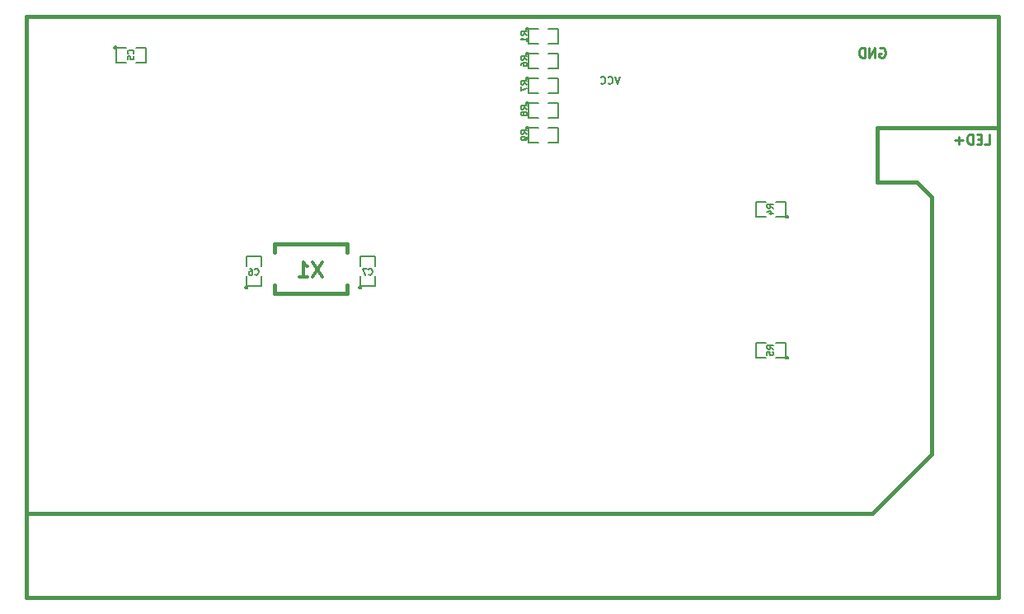
<source format=gbo>
G04 (created by PCBNEW-RS274X (2012-03-17 BZR 3466)-stable) date Mon 10 Dec 2012 10:26:00 PM EST*
G01*
G70*
G90*
%MOIN*%
G04 Gerber Fmt 3.4, Leading zero omitted, Abs format*
%FSLAX34Y34*%
G04 APERTURE LIST*
%ADD10C,0.006000*%
%ADD11C,0.015000*%
%ADD12C,0.010000*%
%ADD13C,0.007500*%
%ADD14C,0.005000*%
%ADD15C,0.012000*%
G04 APERTURE END LIST*
G54D10*
G54D11*
X34200Y-20100D02*
X00150Y-20100D01*
X36600Y-17700D02*
X34200Y-20100D01*
X36600Y-07300D02*
X36600Y-17700D01*
X36000Y-06700D02*
X36600Y-07300D01*
X34400Y-06700D02*
X36000Y-06700D01*
X34400Y-04500D02*
X34400Y-06700D01*
X39200Y-04500D02*
X34400Y-04500D01*
X00000Y-23500D02*
X39300Y-23500D01*
X00000Y00000D02*
X39300Y00000D01*
X00000Y-23500D02*
X00000Y00000D01*
X39300Y00000D02*
X39300Y-23500D01*
G54D12*
X38754Y-05162D02*
X38945Y-05162D01*
X38945Y-04762D01*
X38621Y-04952D02*
X38487Y-04952D01*
X38430Y-05162D02*
X38621Y-05162D01*
X38621Y-04762D01*
X38430Y-04762D01*
X38259Y-05162D02*
X38259Y-04762D01*
X38164Y-04762D01*
X38106Y-04781D01*
X38068Y-04819D01*
X38049Y-04857D01*
X38030Y-04933D01*
X38030Y-04990D01*
X38049Y-05067D01*
X38068Y-05105D01*
X38106Y-05143D01*
X38164Y-05162D01*
X38259Y-05162D01*
X37859Y-05010D02*
X37554Y-05010D01*
X37706Y-05162D02*
X37706Y-04857D01*
X34504Y-01281D02*
X34542Y-01262D01*
X34599Y-01262D01*
X34657Y-01281D01*
X34695Y-01319D01*
X34714Y-01357D01*
X34733Y-01433D01*
X34733Y-01490D01*
X34714Y-01567D01*
X34695Y-01605D01*
X34657Y-01643D01*
X34599Y-01662D01*
X34561Y-01662D01*
X34504Y-01643D01*
X34485Y-01624D01*
X34485Y-01490D01*
X34561Y-01490D01*
X34314Y-01662D02*
X34314Y-01262D01*
X34085Y-01662D01*
X34085Y-01262D01*
X33895Y-01662D02*
X33895Y-01262D01*
X33800Y-01262D01*
X33742Y-01281D01*
X33704Y-01319D01*
X33685Y-01357D01*
X33666Y-01433D01*
X33666Y-01490D01*
X33685Y-01567D01*
X33704Y-01605D01*
X33742Y-01643D01*
X33800Y-01662D01*
X33895Y-01662D01*
G54D13*
X23999Y-02421D02*
X23899Y-02721D01*
X23799Y-02421D01*
X23528Y-02693D02*
X23542Y-02707D01*
X23585Y-02721D01*
X23614Y-02721D01*
X23657Y-02707D01*
X23685Y-02679D01*
X23700Y-02650D01*
X23714Y-02593D01*
X23714Y-02550D01*
X23700Y-02493D01*
X23685Y-02464D01*
X23657Y-02436D01*
X23614Y-02421D01*
X23585Y-02421D01*
X23542Y-02436D01*
X23528Y-02450D01*
X23228Y-02693D02*
X23242Y-02707D01*
X23285Y-02721D01*
X23314Y-02721D01*
X23357Y-02707D01*
X23385Y-02679D01*
X23400Y-02650D01*
X23414Y-02593D01*
X23414Y-02550D01*
X23400Y-02493D01*
X23385Y-02464D01*
X23357Y-02436D01*
X23314Y-02421D01*
X23285Y-02421D01*
X23242Y-02436D01*
X23228Y-02450D01*
G54D14*
X20300Y-04500D02*
X20299Y-04509D01*
X20296Y-04519D01*
X20291Y-04527D01*
X20285Y-04535D01*
X20277Y-04541D01*
X20269Y-04546D01*
X20260Y-04548D01*
X20250Y-04549D01*
X20241Y-04549D01*
X20232Y-04546D01*
X20223Y-04541D01*
X20216Y-04535D01*
X20209Y-04528D01*
X20205Y-04519D01*
X20202Y-04510D01*
X20201Y-04500D01*
X20201Y-04491D01*
X20204Y-04482D01*
X20208Y-04473D01*
X20215Y-04466D01*
X20222Y-04459D01*
X20230Y-04455D01*
X20240Y-04452D01*
X20249Y-04451D01*
X20258Y-04451D01*
X20268Y-04454D01*
X20276Y-04458D01*
X20284Y-04464D01*
X20290Y-04472D01*
X20295Y-04480D01*
X20298Y-04489D01*
X20299Y-04499D01*
X20300Y-04500D01*
X20700Y-04500D02*
X20300Y-04500D01*
X20300Y-04500D02*
X20300Y-05100D01*
X20300Y-05100D02*
X20700Y-05100D01*
X21100Y-05100D02*
X21500Y-05100D01*
X21500Y-05100D02*
X21500Y-04500D01*
X21500Y-04500D02*
X21100Y-04500D01*
X20300Y-03500D02*
X20299Y-03509D01*
X20296Y-03519D01*
X20291Y-03527D01*
X20285Y-03535D01*
X20277Y-03541D01*
X20269Y-03546D01*
X20260Y-03548D01*
X20250Y-03549D01*
X20241Y-03549D01*
X20232Y-03546D01*
X20223Y-03541D01*
X20216Y-03535D01*
X20209Y-03528D01*
X20205Y-03519D01*
X20202Y-03510D01*
X20201Y-03500D01*
X20201Y-03491D01*
X20204Y-03482D01*
X20208Y-03473D01*
X20215Y-03466D01*
X20222Y-03459D01*
X20230Y-03455D01*
X20240Y-03452D01*
X20249Y-03451D01*
X20258Y-03451D01*
X20268Y-03454D01*
X20276Y-03458D01*
X20284Y-03464D01*
X20290Y-03472D01*
X20295Y-03480D01*
X20298Y-03489D01*
X20299Y-03499D01*
X20300Y-03500D01*
X20700Y-03500D02*
X20300Y-03500D01*
X20300Y-03500D02*
X20300Y-04100D01*
X20300Y-04100D02*
X20700Y-04100D01*
X21100Y-04100D02*
X21500Y-04100D01*
X21500Y-04100D02*
X21500Y-03500D01*
X21500Y-03500D02*
X21100Y-03500D01*
X20300Y-02500D02*
X20299Y-02509D01*
X20296Y-02519D01*
X20291Y-02527D01*
X20285Y-02535D01*
X20277Y-02541D01*
X20269Y-02546D01*
X20260Y-02548D01*
X20250Y-02549D01*
X20241Y-02549D01*
X20232Y-02546D01*
X20223Y-02541D01*
X20216Y-02535D01*
X20209Y-02528D01*
X20205Y-02519D01*
X20202Y-02510D01*
X20201Y-02500D01*
X20201Y-02491D01*
X20204Y-02482D01*
X20208Y-02473D01*
X20215Y-02466D01*
X20222Y-02459D01*
X20230Y-02455D01*
X20240Y-02452D01*
X20249Y-02451D01*
X20258Y-02451D01*
X20268Y-02454D01*
X20276Y-02458D01*
X20284Y-02464D01*
X20290Y-02472D01*
X20295Y-02480D01*
X20298Y-02489D01*
X20299Y-02499D01*
X20300Y-02500D01*
X20700Y-02500D02*
X20300Y-02500D01*
X20300Y-02500D02*
X20300Y-03100D01*
X20300Y-03100D02*
X20700Y-03100D01*
X21100Y-03100D02*
X21500Y-03100D01*
X21500Y-03100D02*
X21500Y-02500D01*
X21500Y-02500D02*
X21100Y-02500D01*
X20300Y-01500D02*
X20299Y-01509D01*
X20296Y-01519D01*
X20291Y-01527D01*
X20285Y-01535D01*
X20277Y-01541D01*
X20269Y-01546D01*
X20260Y-01548D01*
X20250Y-01549D01*
X20241Y-01549D01*
X20232Y-01546D01*
X20223Y-01541D01*
X20216Y-01535D01*
X20209Y-01528D01*
X20205Y-01519D01*
X20202Y-01510D01*
X20201Y-01500D01*
X20201Y-01491D01*
X20204Y-01482D01*
X20208Y-01473D01*
X20215Y-01466D01*
X20222Y-01459D01*
X20230Y-01455D01*
X20240Y-01452D01*
X20249Y-01451D01*
X20258Y-01451D01*
X20268Y-01454D01*
X20276Y-01458D01*
X20284Y-01464D01*
X20290Y-01472D01*
X20295Y-01480D01*
X20298Y-01489D01*
X20299Y-01499D01*
X20300Y-01500D01*
X20700Y-01500D02*
X20300Y-01500D01*
X20300Y-01500D02*
X20300Y-02100D01*
X20300Y-02100D02*
X20700Y-02100D01*
X21100Y-02100D02*
X21500Y-02100D01*
X21500Y-02100D02*
X21500Y-01500D01*
X21500Y-01500D02*
X21100Y-01500D01*
X30800Y-13800D02*
X30799Y-13809D01*
X30796Y-13819D01*
X30791Y-13827D01*
X30785Y-13835D01*
X30777Y-13841D01*
X30769Y-13846D01*
X30760Y-13848D01*
X30750Y-13849D01*
X30741Y-13849D01*
X30732Y-13846D01*
X30723Y-13841D01*
X30716Y-13835D01*
X30709Y-13828D01*
X30705Y-13819D01*
X30702Y-13810D01*
X30701Y-13800D01*
X30701Y-13791D01*
X30704Y-13782D01*
X30708Y-13773D01*
X30715Y-13766D01*
X30722Y-13759D01*
X30730Y-13755D01*
X30740Y-13752D01*
X30749Y-13751D01*
X30758Y-13751D01*
X30768Y-13754D01*
X30776Y-13758D01*
X30784Y-13764D01*
X30790Y-13772D01*
X30795Y-13780D01*
X30798Y-13789D01*
X30799Y-13799D01*
X30800Y-13800D01*
X30300Y-13800D02*
X30700Y-13800D01*
X30700Y-13800D02*
X30700Y-13200D01*
X30700Y-13200D02*
X30300Y-13200D01*
X29900Y-13200D02*
X29500Y-13200D01*
X29500Y-13200D02*
X29500Y-13800D01*
X29500Y-13800D02*
X29900Y-13800D01*
X30800Y-08100D02*
X30799Y-08109D01*
X30796Y-08119D01*
X30791Y-08127D01*
X30785Y-08135D01*
X30777Y-08141D01*
X30769Y-08146D01*
X30760Y-08148D01*
X30750Y-08149D01*
X30741Y-08149D01*
X30732Y-08146D01*
X30723Y-08141D01*
X30716Y-08135D01*
X30709Y-08128D01*
X30705Y-08119D01*
X30702Y-08110D01*
X30701Y-08100D01*
X30701Y-08091D01*
X30704Y-08082D01*
X30708Y-08073D01*
X30715Y-08066D01*
X30722Y-08059D01*
X30730Y-08055D01*
X30740Y-08052D01*
X30749Y-08051D01*
X30758Y-08051D01*
X30768Y-08054D01*
X30776Y-08058D01*
X30784Y-08064D01*
X30790Y-08072D01*
X30795Y-08080D01*
X30798Y-08089D01*
X30799Y-08099D01*
X30800Y-08100D01*
X30300Y-08100D02*
X30700Y-08100D01*
X30700Y-08100D02*
X30700Y-07500D01*
X30700Y-07500D02*
X30300Y-07500D01*
X29900Y-07500D02*
X29500Y-07500D01*
X29500Y-07500D02*
X29500Y-08100D01*
X29500Y-08100D02*
X29900Y-08100D01*
X20300Y-00499D02*
X20299Y-00508D01*
X20296Y-00518D01*
X20291Y-00526D01*
X20285Y-00534D01*
X20277Y-00540D01*
X20269Y-00545D01*
X20260Y-00547D01*
X20250Y-00548D01*
X20241Y-00548D01*
X20232Y-00545D01*
X20223Y-00540D01*
X20216Y-00534D01*
X20209Y-00527D01*
X20205Y-00518D01*
X20202Y-00509D01*
X20201Y-00499D01*
X20201Y-00490D01*
X20204Y-00481D01*
X20208Y-00472D01*
X20215Y-00465D01*
X20222Y-00458D01*
X20230Y-00454D01*
X20240Y-00451D01*
X20249Y-00450D01*
X20258Y-00450D01*
X20268Y-00453D01*
X20276Y-00457D01*
X20284Y-00463D01*
X20290Y-00471D01*
X20295Y-00479D01*
X20298Y-00488D01*
X20299Y-00498D01*
X20300Y-00499D01*
X20700Y-00499D02*
X20300Y-00499D01*
X20300Y-00499D02*
X20300Y-01099D01*
X20300Y-01099D02*
X20700Y-01099D01*
X21100Y-01099D02*
X21500Y-01099D01*
X21500Y-01099D02*
X21500Y-00499D01*
X21500Y-00499D02*
X21100Y-00499D01*
G54D11*
X10024Y-09216D02*
X10024Y-09531D01*
X10024Y-11184D02*
X10024Y-10869D01*
X12976Y-11184D02*
X12976Y-10869D01*
X12976Y-09216D02*
X12976Y-09531D01*
X10024Y-09216D02*
X12976Y-09216D01*
X12976Y-11184D02*
X10024Y-11184D01*
G54D14*
X13550Y-10950D02*
X13549Y-10959D01*
X13546Y-10969D01*
X13541Y-10977D01*
X13535Y-10985D01*
X13527Y-10991D01*
X13519Y-10996D01*
X13510Y-10998D01*
X13500Y-10999D01*
X13491Y-10999D01*
X13482Y-10996D01*
X13473Y-10991D01*
X13466Y-10985D01*
X13459Y-10978D01*
X13455Y-10969D01*
X13452Y-10960D01*
X13451Y-10950D01*
X13451Y-10941D01*
X13454Y-10932D01*
X13458Y-10923D01*
X13465Y-10916D01*
X13472Y-10909D01*
X13480Y-10905D01*
X13490Y-10902D01*
X13499Y-10901D01*
X13508Y-10901D01*
X13518Y-10904D01*
X13526Y-10908D01*
X13534Y-10914D01*
X13540Y-10922D01*
X13545Y-10930D01*
X13548Y-10939D01*
X13549Y-10949D01*
X13550Y-10950D01*
X13500Y-10500D02*
X13500Y-10900D01*
X13500Y-10900D02*
X14100Y-10900D01*
X14100Y-10900D02*
X14100Y-10500D01*
X14100Y-10100D02*
X14100Y-09700D01*
X14100Y-09700D02*
X13500Y-09700D01*
X13500Y-09700D02*
X13500Y-10100D01*
X08950Y-10950D02*
X08949Y-10959D01*
X08946Y-10969D01*
X08941Y-10977D01*
X08935Y-10985D01*
X08927Y-10991D01*
X08919Y-10996D01*
X08910Y-10998D01*
X08900Y-10999D01*
X08891Y-10999D01*
X08882Y-10996D01*
X08873Y-10991D01*
X08866Y-10985D01*
X08859Y-10978D01*
X08855Y-10969D01*
X08852Y-10960D01*
X08851Y-10950D01*
X08851Y-10941D01*
X08854Y-10932D01*
X08858Y-10923D01*
X08865Y-10916D01*
X08872Y-10909D01*
X08880Y-10905D01*
X08890Y-10902D01*
X08899Y-10901D01*
X08908Y-10901D01*
X08918Y-10904D01*
X08926Y-10908D01*
X08934Y-10914D01*
X08940Y-10922D01*
X08945Y-10930D01*
X08948Y-10939D01*
X08949Y-10949D01*
X08950Y-10950D01*
X08900Y-10500D02*
X08900Y-10900D01*
X08900Y-10900D02*
X09500Y-10900D01*
X09500Y-10900D02*
X09500Y-10500D01*
X09500Y-10100D02*
X09500Y-09700D01*
X09500Y-09700D02*
X08900Y-09700D01*
X08900Y-09700D02*
X08900Y-10100D01*
X03650Y-01250D02*
X03649Y-01259D01*
X03646Y-01269D01*
X03641Y-01277D01*
X03635Y-01285D01*
X03627Y-01291D01*
X03619Y-01296D01*
X03610Y-01298D01*
X03600Y-01299D01*
X03591Y-01299D01*
X03582Y-01296D01*
X03573Y-01291D01*
X03566Y-01285D01*
X03559Y-01278D01*
X03555Y-01269D01*
X03552Y-01260D01*
X03551Y-01250D01*
X03551Y-01241D01*
X03554Y-01232D01*
X03558Y-01223D01*
X03565Y-01216D01*
X03572Y-01209D01*
X03580Y-01205D01*
X03590Y-01202D01*
X03599Y-01201D01*
X03608Y-01201D01*
X03618Y-01204D01*
X03626Y-01208D01*
X03634Y-01214D01*
X03640Y-01222D01*
X03645Y-01230D01*
X03648Y-01239D01*
X03649Y-01249D01*
X03650Y-01250D01*
X04050Y-01250D02*
X03650Y-01250D01*
X03650Y-01250D02*
X03650Y-01850D01*
X03650Y-01850D02*
X04050Y-01850D01*
X04450Y-01850D02*
X04850Y-01850D01*
X04850Y-01850D02*
X04850Y-01250D01*
X04850Y-01250D02*
X04450Y-01250D01*
X20251Y-04758D02*
X20132Y-04675D01*
X20251Y-04616D02*
X20001Y-04616D01*
X20001Y-04711D01*
X20013Y-04735D01*
X20025Y-04746D01*
X20049Y-04758D01*
X20085Y-04758D01*
X20108Y-04746D01*
X20120Y-04735D01*
X20132Y-04711D01*
X20132Y-04616D01*
X20251Y-04877D02*
X20251Y-04925D01*
X20239Y-04949D01*
X20227Y-04961D01*
X20192Y-04985D01*
X20144Y-04996D01*
X20049Y-04996D01*
X20025Y-04985D01*
X20013Y-04973D01*
X20001Y-04949D01*
X20001Y-04901D01*
X20013Y-04877D01*
X20025Y-04866D01*
X20049Y-04854D01*
X20108Y-04854D01*
X20132Y-04866D01*
X20144Y-04877D01*
X20156Y-04901D01*
X20156Y-04949D01*
X20144Y-04973D01*
X20132Y-04985D01*
X20108Y-04996D01*
X20251Y-03758D02*
X20132Y-03675D01*
X20251Y-03616D02*
X20001Y-03616D01*
X20001Y-03711D01*
X20013Y-03735D01*
X20025Y-03746D01*
X20049Y-03758D01*
X20085Y-03758D01*
X20108Y-03746D01*
X20120Y-03735D01*
X20132Y-03711D01*
X20132Y-03616D01*
X20108Y-03901D02*
X20096Y-03877D01*
X20085Y-03866D01*
X20061Y-03854D01*
X20049Y-03854D01*
X20025Y-03866D01*
X20013Y-03877D01*
X20001Y-03901D01*
X20001Y-03949D01*
X20013Y-03973D01*
X20025Y-03985D01*
X20049Y-03996D01*
X20061Y-03996D01*
X20085Y-03985D01*
X20096Y-03973D01*
X20108Y-03949D01*
X20108Y-03901D01*
X20120Y-03877D01*
X20132Y-03866D01*
X20156Y-03854D01*
X20204Y-03854D01*
X20227Y-03866D01*
X20239Y-03877D01*
X20251Y-03901D01*
X20251Y-03949D01*
X20239Y-03973D01*
X20227Y-03985D01*
X20204Y-03996D01*
X20156Y-03996D01*
X20132Y-03985D01*
X20120Y-03973D01*
X20108Y-03949D01*
X20251Y-02758D02*
X20132Y-02675D01*
X20251Y-02616D02*
X20001Y-02616D01*
X20001Y-02711D01*
X20013Y-02735D01*
X20025Y-02746D01*
X20049Y-02758D01*
X20085Y-02758D01*
X20108Y-02746D01*
X20120Y-02735D01*
X20132Y-02711D01*
X20132Y-02616D01*
X20001Y-02842D02*
X20001Y-03008D01*
X20251Y-02901D01*
X20251Y-01758D02*
X20132Y-01675D01*
X20251Y-01616D02*
X20001Y-01616D01*
X20001Y-01711D01*
X20013Y-01735D01*
X20025Y-01746D01*
X20049Y-01758D01*
X20085Y-01758D01*
X20108Y-01746D01*
X20120Y-01735D01*
X20132Y-01711D01*
X20132Y-01616D01*
X20001Y-01973D02*
X20001Y-01925D01*
X20013Y-01901D01*
X20025Y-01889D01*
X20061Y-01866D01*
X20108Y-01854D01*
X20204Y-01854D01*
X20227Y-01866D01*
X20239Y-01877D01*
X20251Y-01901D01*
X20251Y-01949D01*
X20239Y-01973D01*
X20227Y-01985D01*
X20204Y-01996D01*
X20144Y-01996D01*
X20120Y-01985D01*
X20108Y-01973D01*
X20096Y-01949D01*
X20096Y-01901D01*
X20108Y-01877D01*
X20120Y-01866D01*
X20144Y-01854D01*
G54D10*
X30201Y-13458D02*
X30082Y-13375D01*
X30201Y-13316D02*
X29951Y-13316D01*
X29951Y-13411D01*
X29963Y-13435D01*
X29975Y-13446D01*
X29999Y-13458D01*
X30035Y-13458D01*
X30058Y-13446D01*
X30070Y-13435D01*
X30082Y-13411D01*
X30082Y-13316D01*
X29951Y-13685D02*
X29951Y-13566D01*
X30070Y-13554D01*
X30058Y-13566D01*
X30046Y-13589D01*
X30046Y-13649D01*
X30058Y-13673D01*
X30070Y-13685D01*
X30094Y-13696D01*
X30154Y-13696D01*
X30177Y-13685D01*
X30189Y-13673D01*
X30201Y-13649D01*
X30201Y-13589D01*
X30189Y-13566D01*
X30177Y-13554D01*
X30201Y-07758D02*
X30082Y-07675D01*
X30201Y-07616D02*
X29951Y-07616D01*
X29951Y-07711D01*
X29963Y-07735D01*
X29975Y-07746D01*
X29999Y-07758D01*
X30035Y-07758D01*
X30058Y-07746D01*
X30070Y-07735D01*
X30082Y-07711D01*
X30082Y-07616D01*
X30035Y-07973D02*
X30201Y-07973D01*
X29939Y-07913D02*
X30118Y-07854D01*
X30118Y-08008D01*
G54D14*
X20251Y-00758D02*
X20132Y-00675D01*
X20251Y-00616D02*
X20001Y-00616D01*
X20001Y-00711D01*
X20013Y-00735D01*
X20025Y-00746D01*
X20049Y-00758D01*
X20085Y-00758D01*
X20108Y-00746D01*
X20120Y-00735D01*
X20132Y-00711D01*
X20132Y-00616D01*
X20251Y-00996D02*
X20251Y-00854D01*
X20251Y-00925D02*
X20001Y-00925D01*
X20037Y-00901D01*
X20061Y-00877D01*
X20073Y-00854D01*
G54D15*
X11985Y-09943D02*
X11585Y-10543D01*
X11585Y-09943D02*
X11985Y-10543D01*
X11043Y-10543D02*
X11386Y-10543D01*
X11214Y-10543D02*
X11214Y-09943D01*
X11271Y-10029D01*
X11329Y-10086D01*
X11386Y-10114D01*
G54D10*
X13842Y-10427D02*
X13854Y-10439D01*
X13889Y-10451D01*
X13913Y-10451D01*
X13949Y-10439D01*
X13973Y-10415D01*
X13984Y-10392D01*
X13996Y-10344D01*
X13996Y-10308D01*
X13984Y-10261D01*
X13973Y-10237D01*
X13949Y-10213D01*
X13913Y-10201D01*
X13889Y-10201D01*
X13854Y-10213D01*
X13842Y-10225D01*
X13758Y-10201D02*
X13592Y-10201D01*
X13699Y-10451D01*
X09242Y-10427D02*
X09254Y-10439D01*
X09289Y-10451D01*
X09313Y-10451D01*
X09349Y-10439D01*
X09373Y-10415D01*
X09384Y-10392D01*
X09396Y-10344D01*
X09396Y-10308D01*
X09384Y-10261D01*
X09373Y-10237D01*
X09349Y-10213D01*
X09313Y-10201D01*
X09289Y-10201D01*
X09254Y-10213D01*
X09242Y-10225D01*
X09027Y-10201D02*
X09075Y-10201D01*
X09099Y-10213D01*
X09111Y-10225D01*
X09134Y-10261D01*
X09146Y-10308D01*
X09146Y-10404D01*
X09134Y-10427D01*
X09123Y-10439D01*
X09099Y-10451D01*
X09051Y-10451D01*
X09027Y-10439D01*
X09015Y-10427D01*
X09004Y-10404D01*
X09004Y-10344D01*
X09015Y-10320D01*
X09027Y-10308D01*
X09051Y-10296D01*
X09099Y-10296D01*
X09123Y-10308D01*
X09134Y-10320D01*
X09146Y-10344D01*
G54D14*
X04327Y-01508D02*
X04339Y-01496D01*
X04351Y-01461D01*
X04351Y-01437D01*
X04339Y-01401D01*
X04315Y-01377D01*
X04292Y-01366D01*
X04244Y-01354D01*
X04208Y-01354D01*
X04161Y-01366D01*
X04137Y-01377D01*
X04113Y-01401D01*
X04101Y-01437D01*
X04101Y-01461D01*
X04113Y-01496D01*
X04125Y-01508D01*
X04101Y-01735D02*
X04101Y-01616D01*
X04220Y-01604D01*
X04208Y-01616D01*
X04196Y-01639D01*
X04196Y-01699D01*
X04208Y-01723D01*
X04220Y-01735D01*
X04244Y-01746D01*
X04304Y-01746D01*
X04327Y-01735D01*
X04339Y-01723D01*
X04351Y-01699D01*
X04351Y-01639D01*
X04339Y-01616D01*
X04327Y-01604D01*
M02*

</source>
